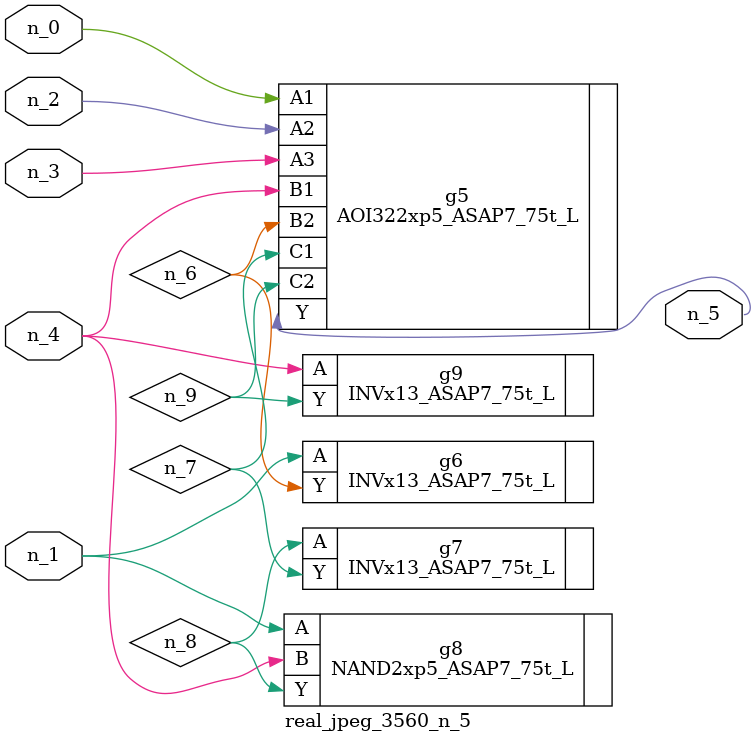
<source format=v>
module real_jpeg_3560_n_5 (n_4, n_0, n_1, n_2, n_3, n_5);

input n_4;
input n_0;
input n_1;
input n_2;
input n_3;

output n_5;

wire n_8;
wire n_6;
wire n_7;
wire n_9;

AOI322xp5_ASAP7_75t_L g5 ( 
.A1(n_0),
.A2(n_2),
.A3(n_3),
.B1(n_4),
.B2(n_6),
.C1(n_7),
.C2(n_9),
.Y(n_5)
);

INVx13_ASAP7_75t_L g6 ( 
.A(n_1),
.Y(n_6)
);

NAND2xp5_ASAP7_75t_L g8 ( 
.A(n_1),
.B(n_4),
.Y(n_8)
);

INVx13_ASAP7_75t_L g9 ( 
.A(n_4),
.Y(n_9)
);

INVx13_ASAP7_75t_L g7 ( 
.A(n_8),
.Y(n_7)
);


endmodule
</source>
